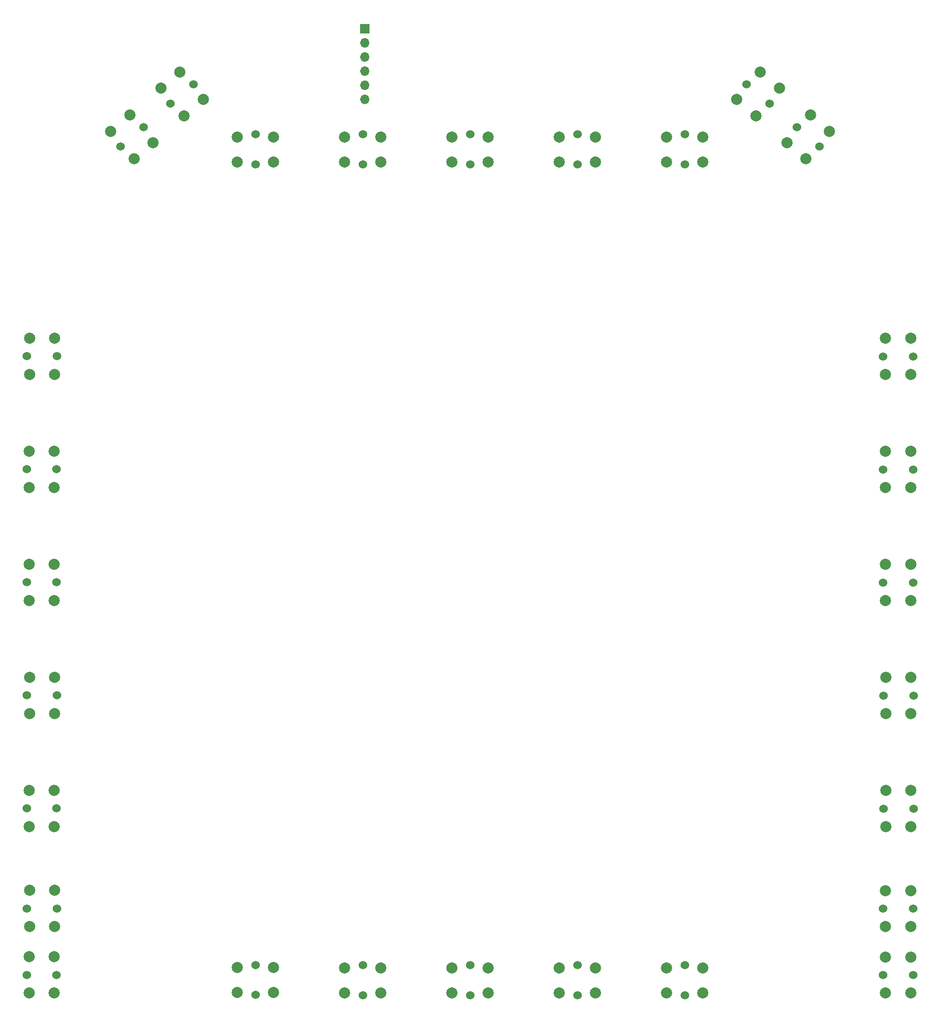
<source format=gbr>
G04 #@! TF.GenerationSoftware,KiCad,Pcbnew,(5.1.9)-1*
G04 #@! TF.CreationDate,2021-08-29T10:45:46-06:00*
G04 #@! TF.ProjectId,ampcd_button_board,616d7063-645f-4627-9574-746f6e5f626f,rev?*
G04 #@! TF.SameCoordinates,Original*
G04 #@! TF.FileFunction,Soldermask,Bot*
G04 #@! TF.FilePolarity,Negative*
%FSLAX46Y46*%
G04 Gerber Fmt 4.6, Leading zero omitted, Abs format (unit mm)*
G04 Created by KiCad (PCBNEW (5.1.9)-1) date 2021-08-29 10:45:46*
%MOMM*%
%LPD*%
G01*
G04 APERTURE LIST*
%ADD10O,1.700000X1.700000*%
%ADD11R,1.700000X1.700000*%
%ADD12C,1.524000*%
%ADD13C,2.000000*%
G04 APERTURE END LIST*
D10*
X201794122Y217383490D03*
X201794122Y219923490D03*
X201794122Y222463490D03*
X201794122Y225003490D03*
X201794122Y227543490D03*
D11*
X201794122Y230083490D03*
D12*
X146419122Y171230490D03*
X141019122Y171230490D03*
D13*
X141469122Y174480490D03*
X145969122Y174480490D03*
X141469122Y167980490D03*
X145969122Y167980490D03*
D12*
X146355622Y150910490D03*
X140955622Y150910490D03*
D13*
X141405622Y154160490D03*
X145905622Y154160490D03*
X141405622Y147660490D03*
X145905622Y147660490D03*
D12*
X146355622Y130590490D03*
X140955622Y130590490D03*
D13*
X141405622Y133840490D03*
X145905622Y133840490D03*
X141405622Y127340490D03*
X145905622Y127340490D03*
D12*
X146419122Y110270490D03*
X141019122Y110270490D03*
D13*
X141469122Y113520490D03*
X145969122Y113520490D03*
X141469122Y107020490D03*
X145969122Y107020490D03*
D12*
X146355622Y89950490D03*
X140955622Y89950490D03*
D13*
X141405622Y93200490D03*
X145905622Y93200490D03*
X141405622Y86700490D03*
X145905622Y86700490D03*
D12*
X146419122Y71979990D03*
X141019122Y71979990D03*
D13*
X141469122Y75229990D03*
X145969122Y75229990D03*
X141469122Y68729990D03*
X145969122Y68729990D03*
D12*
X146355622Y60041990D03*
X140955622Y60041990D03*
D13*
X141405622Y63291990D03*
X145905622Y63291990D03*
X141405622Y56791990D03*
X145905622Y56791990D03*
D12*
X182120622Y56413990D03*
X182120622Y61813990D03*
D13*
X185370622Y61363990D03*
X185370622Y56863990D03*
X178870622Y61363990D03*
X178870622Y56863990D03*
D12*
X201424622Y56350490D03*
X201424622Y61750490D03*
D13*
X204674622Y61300490D03*
X204674622Y56800490D03*
X198174622Y61300490D03*
X198174622Y56800490D03*
D12*
X220728622Y56350490D03*
X220728622Y61750490D03*
D13*
X223978622Y61300490D03*
X223978622Y56800490D03*
X217478622Y61300490D03*
X217478622Y56800490D03*
D12*
X240032622Y56350490D03*
X240032622Y61750490D03*
D13*
X243282622Y61300490D03*
X243282622Y56800490D03*
X236782622Y61300490D03*
X236782622Y56800490D03*
D12*
X259336622Y56350490D03*
X259336622Y61750490D03*
D13*
X262586622Y61300490D03*
X262586622Y56800490D03*
X256086622Y61300490D03*
X256086622Y56800490D03*
D12*
X295015122Y60018990D03*
X300415122Y60018990D03*
D13*
X299965122Y56768990D03*
X295465122Y56768990D03*
X299965122Y63268990D03*
X295465122Y63268990D03*
D12*
X295015122Y71956990D03*
X300415122Y71956990D03*
D13*
X299965122Y68706990D03*
X295465122Y68706990D03*
X299965122Y75206990D03*
X295465122Y75206990D03*
D12*
X295078622Y89927490D03*
X300478622Y89927490D03*
D13*
X300028622Y86677490D03*
X295528622Y86677490D03*
X300028622Y93177490D03*
X295528622Y93177490D03*
D12*
X295078622Y110247490D03*
X300478622Y110247490D03*
D13*
X300028622Y106997490D03*
X295528622Y106997490D03*
X300028622Y113497490D03*
X295528622Y113497490D03*
D12*
X295015122Y130567490D03*
X300415122Y130567490D03*
D13*
X299965122Y127317490D03*
X295465122Y127317490D03*
X299965122Y133817490D03*
X295465122Y133817490D03*
D12*
X295015122Y150887490D03*
X300415122Y150887490D03*
D13*
X299965122Y147637490D03*
X295465122Y147637490D03*
X299965122Y154137490D03*
X295465122Y154137490D03*
D12*
X295015122Y171207490D03*
X300415122Y171207490D03*
D13*
X299965122Y167957490D03*
X295465122Y167957490D03*
X299965122Y174457490D03*
X295465122Y174457490D03*
D12*
X279484118Y212401684D03*
X283596425Y208901837D03*
D13*
X281147343Y206718491D03*
X277720420Y209635031D03*
X285360122Y211668490D03*
X281933200Y214585030D03*
D12*
X270467118Y220148684D03*
X274579425Y216648837D03*
D13*
X272130343Y214465491D03*
X268703420Y217382031D03*
X276343122Y219415490D03*
X272916200Y222332030D03*
D12*
X259336622Y205702490D03*
X259336622Y211102490D03*
D13*
X262586622Y210652490D03*
X262586622Y206152490D03*
X256086622Y210652490D03*
X256086622Y206152490D03*
D12*
X240032622Y205702490D03*
X240032622Y211102490D03*
D13*
X243282622Y210652490D03*
X243282622Y206152490D03*
X236782622Y210652490D03*
X236782622Y206152490D03*
D12*
X220728622Y205702490D03*
X220728622Y211102490D03*
D13*
X223978622Y210652490D03*
X223978622Y206152490D03*
X217478622Y210652490D03*
X217478622Y206152490D03*
D12*
X201424622Y205702490D03*
X201424622Y211102490D03*
D13*
X204674622Y210652490D03*
X204674622Y206152490D03*
X198174622Y210652490D03*
X198174622Y206152490D03*
D12*
X182120622Y205702490D03*
X182120622Y211102490D03*
D13*
X185370622Y210652490D03*
X185370622Y206152490D03*
X178870622Y210652490D03*
X178870622Y206152490D03*
D12*
X166856897Y216653297D03*
X170969204Y220153144D03*
D13*
X172732901Y217386491D03*
X169305979Y214469951D03*
X168520122Y222336490D03*
X165093200Y219419950D03*
D12*
X157839897Y208906297D03*
X161952204Y212406144D03*
D13*
X163715901Y209639491D03*
X160288979Y206722951D03*
X159503122Y214589490D03*
X156076200Y211672950D03*
M02*

</source>
